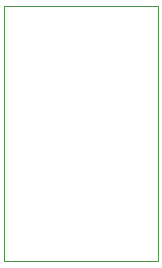
<source format=gbr>
%TF.GenerationSoftware,KiCad,Pcbnew,8.0.4-8.0.4-0~ubuntu24.04.1*%
%TF.CreationDate,2024-09-03T17:30:24+09:00*%
%TF.ProjectId,ESP32,45535033-322e-46b6-9963-61645f706362,rev?*%
%TF.SameCoordinates,Original*%
%TF.FileFunction,Legend,Bot*%
%TF.FilePolarity,Positive*%
%FSLAX46Y46*%
G04 Gerber Fmt 4.6, Leading zero omitted, Abs format (unit mm)*
G04 Created by KiCad (PCBNEW 8.0.4-8.0.4-0~ubuntu24.04.1) date 2024-09-03 17:30:24*
%MOMM*%
%LPD*%
G01*
G04 APERTURE LIST*
%ADD10C,0.100000*%
G04 APERTURE END LIST*
%TO.C,U2*%
D10*
X168000000Y-96275000D02*
X155000000Y-96275000D01*
X155000000Y-74725000D01*
X168000000Y-74725000D01*
X168000000Y-96275000D01*
%TD*%
M02*

</source>
